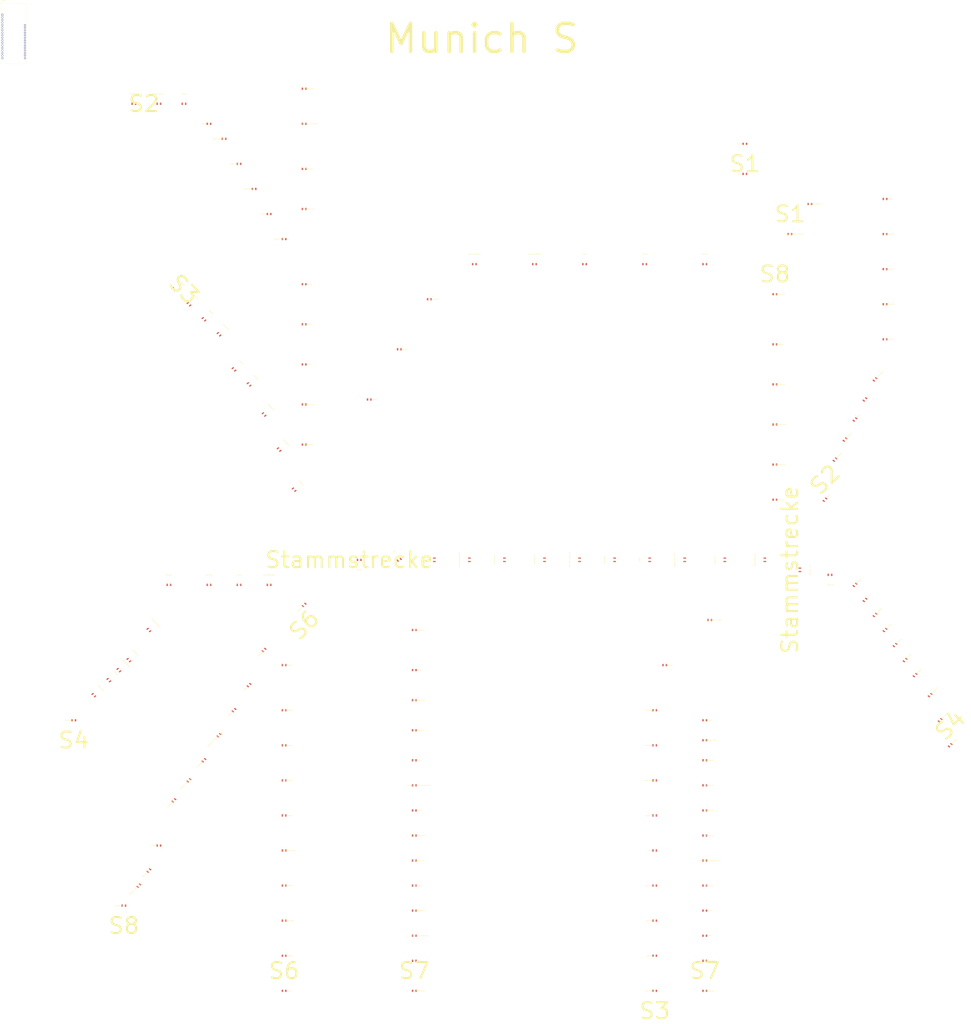
<source format=kicad_pcb>
(kicad_pcb
    (version 20241229)
    (generator "pycbnew")
    (generator_version "1.0.0")
    (paper "A4")
    (layers
        (0 "F.Cu" signal)
        (31 "B.Cu" signal)
        (32 "B.Adhes" user "B.Adhesive")
        (33 "F.Adhes" user "F.Adhesive")
        (34 "B.Paste" user)
        (35 "F.Paste" user)
        (36 "B.SilkS" user "B.Silkscreen")
        (37 "F.SilkS" user "F.Silkscreen")
        (38 "B.Mask" user)
        (39 "F.Mask" user)
        (40 "Dwgs.User" user "User.Drawings")
        (41 "Cmts.User" user "User.Comments")
        (42 "Eco1.User" user "User.Eco1")
        (43 "Eco2.User" user "User.Eco2")
        (44 "Edge.Cuts" user)
        (45 "Margin" user)
        (46 "B.CrtYd" user "B.Courtyard")
        (47 "F.CrtYd" user "F.Courtyard")
        (48 "B.Fab" user)
        (49 "F.Fab" user)
    )
    (net 1 "GND")
    (net 2 "5V")
    (net 1004 "Stammstrecke (color: None)")
    (net 3 "Pas-Lai")
    (net 4 "Lai-Hir")
    (net 5 "Hir-Don")
    (net 6 "Don-Hac")
    (net 7 "Hac-Hau")
    (net 8 "Hau-Kar")
    (net 9 "Kar-Mar")
    (net 10 "Mar-Isa")
    (net 11 "Isa-Ros")
    (net 12 "Ros-Ost")
    (net 13 "Ost-Leu")
    (net 14 "Leu-Ber")
    (net 1012 "S1 (color: cyan)")
    (net 16 "Fre-Pul")
    (net 17 "Pul-Neu")
    (net 18 "Neu-Ech")
    (net 19 "Ech-Loh")
    (net 20 "Loh-Unt")
    (net 21 "Unt-Obe")
    (net 22 "Obe-Fel")
    (net 23 "Fel-Fas")
    (net 24 "Fas-Moo")
    (net 25 "Moo-Flu")
    (net 26 "Flu-Flu")
    (net 1013 "S2 (color: lime)")
    (net 28 "Alt-Kle")
    (net 29 "Kle-Erd")
    (net 30 "Erd-Arn")
    (net 31 "Arn-Mar")
    (net 32 "Mar-Nie")
    (net 33 "Nie-Sch")
    (net 34 "Sch-Bac")
    (net 35 "Bac-Dac")
    (net 36 "Dac-Pet")
    (net 37 "Pet-Vie")
    (net 38 "Vie-Röh")
    (net 39 "Röh-Heb")
    (net 40 "Heb-Dac")
    (net 41 "Dac-Kar")
    (net 42 "Kar-All")
    (net 43 "All-Unt")
    (net 44 "Unt-Obe")
    (net 45 "Obe-Erd")
    (net 46 "Erd-Alt")
    (net 47 "Alt-Auf")
    (net 48 "Auf-St.")
    (net 49 "St.-Ott")
    (net 50 "Ott-Mar")
    (net 51 "Mar-Poi")
    (net 52 "Poi-Gru")
    (net 53 "Gru-Hei")
    (net 54 "Hei-Fel")
    (net 55 "Fel-Rie")
    (net 1014 "S3 (color: purple)")
    (net 57 "Mam-Mal")
    (net 58 "Mal-Mai")
    (net 59 "Mai-Ger")
    (net 60 "Ger-Est")
    (net 61 "Est-Olc")
    (net 62 "Olc-Grö")
    (net 63 "Grö-Loc")
    (net 64 "Loc-Lan")
    (net 65 "Lan-St.")
    (net 66 "St.-Gie")
    (net 67 "Gie-Fas")
    (net 68 "Fas-Fas")
    (net 69 "Fas-Unt")
    (net 70 "Unt-Tau")
    (net 71 "Tau-Fur")
    (net 72 "Fur-Dei")
    (net 73 "Dei-Sau")
    (net 74 "Sau-Ott")
    (net 75 "Ott-Hol")
    (net 1015 "S4 (color: red)")
    (net 77 "Gel-Tür")
    (net 78 "Tür-Gra")
    (net 79 "Gra-Sch")
    (net 80 "Sch-Buc")
    (net 81 "Buc-Für")
    (net 82 "Für-Eic")
    (net 83 "Eic-Puc")
    (net 84 "Puc-Aub")
    (net 85 "Aub-Lei")
    (net 86 "Lei-Tru")
    (net 87 "Tru-Gro")
    (net 88 "Gro-Haa")
    (net 89 "Haa-Vat")
    (net 90 "Vat-Bal")
    (net 91 "Bal-Zor")
    (net 92 "Zor-Egl")
    (net 93 "Egl-Kir")
    (net 94 "Kir-Gra")
    (net 95 "Gra-Gra")
    (net 96 "Gra-Ebe")
    (net 1018 "S6 (color: forestgreen)")
    (net 98 "Tut-Fel")
    (net 99 "Fel-Pos")
    (net 100 "Pos-Sta")
    (net 101 "Sta-Sta")
    (net 102 "Sta-Gau")
    (net 103 "Gau-Sto")
    (net 104 "Sto-Pla")
    (net 105 "Pla-Grä")
    (net 106 "Grä-Loc")
    (net 107 "Loc-Wes")
    (net 1019 "S7 (color: maroon)")
    (net 109 "Wol-Ick")
    (net 110 "Ick-Ebe")
    (net 111 "Ebe-Hoh")
    (net 112 "Hoh-Bai")
    (net 113 "Bai-Buc")
    (net 114 "Buc-Höl")
    (net 115 "Höl-Pul")
    (net 116 "Pul-Gro")
    (net 117 "Gro-Sol")
    (net 118 "Sol-Sie")
    (net 119 "Sie-Mit")
    (net 120 "Mit-Har")
    (net 121 "Har-Hei")
    (net 122 "Hei-Per")
    (net 123 "Per-Neu")
    (net 124 "Neu-Neu")
    (net 125 "Neu-Ott")
    (net 126 "Ott-Hoh")
    (net 127 "Hoh-Wäc")
    (net 128 "Wäc-Höh")
    (net 129 "Höh-Dür")
    (net 130 "Dür-Ayi")
    (net 131 "Ayi-Pei")
    (net 132 "Pei-Gro")
    (net 133 "Gro-Kre")
    (net 1021 "S8 (color: black)")
    (net 135 "Her-See")
    (net 136 "See-Ste")
    (net 137 "Ste-Weß")
    (net 138 "Weß-Neu")
    (net 139 "Neu-Gil")
    (net 140 "Gil-Gei")
    (net 141 "Gei-Ger")
    (net 142 "Ger-Har")
    (net 143 "Har-Fre")
    (net 144 "Fre-Neu")
    (net 145 "Neu-Dag")
    (net 146 "Dag-Eng")
    (net 147 "Eng-Joh")
    (net 148 "Joh-Unt")
    (net 149 "Unt-Ism")
    (net 150 "Ism-Hal")
    (gr_text "Munich S"
        (at 467.5 5 0)
        (layer "F.SilkS")
        (uuid "e0ea658c-595e-4af7-89f5-a81812974c0c")
        (effects
            (justify)
            (font
                (size 28 28)
                (thickness 3.5)
            )
        )
    )
    (gr_text "Stammstrecke"
        (at 335 525 0)
        (layer "F.SilkS")
        (uuid "443a546c-f58a-4858-84ff-4854b732747f")
        (effects
            (justify)
            (font
                (size 16 16)
                (thickness 2.0)
            )
        )
    )
    (gr_text "Stammstrecke"
        (at 775 535 90)
        (layer "F.SilkS")
        (uuid "a1bec0e8-5a31-4a7f-a5a6-d74a2379bb1e")
        (effects
            (justify)
            (font
                (size 16 16)
                (thickness 2.0)
            )
        )
    )
    (gr_text "S1"
        (at 730 130 0)
        (layer "F.SilkS")
        (uuid "c183fdd1-aa9d-46ab-92a8-4fe43272dd38")
        (effects
            (justify)
            (font
                (size 16 16)
                (thickness 2.0)
            )
        )
    )
    (gr_text "S1"
        (at 775 180 0)
        (layer "F.SilkS")
        (uuid "6c8e05fb-2994-4d99-87e5-cfa2a8665036")
        (effects
            (justify)
            (font
                (size 16 16)
                (thickness 2.0)
            )
        )
    )
    (gr_text "S2"
        (at 130 70 0)
        (layer "F.SilkS")
        (uuid "b95c25dd-4eb2-436a-bfce-cfa017e6dc3d")
        (effects
            (justify)
            (font
                (size 16 16)
                (thickness 2.0)
            )
        )
    )
    (gr_text "S2"
        (at 810 445 45)
        (layer "F.SilkS")
        (uuid "51dfd8dc-27d3-4bf6-a580-615506b559cd")
        (effects
            (justify)
            (font
                (size 16 16)
                (thickness 2.0)
            )
        )
    )
    (gr_text "S3"
        (at 170 255 315)
        (layer "F.SilkS")
        (uuid "a8d55e2a-ef43-47a8-83bb-b343953818ee")
        (effects
            (justify)
            (font
                (size 16 16)
                (thickness 2.0)
            )
        )
    )
    (gr_text "S3"
        (at 640 975 0)
        (layer "F.SilkS")
        (uuid "4897ab04-16f8-4e96-8060-e913a787851e")
        (effects
            (justify)
            (font
                (size 16 16)
                (thickness 2.0)
            )
        )
    )
    (gr_text "S4"
        (at 60 705 0)
        (layer "F.SilkS")
        (uuid "fbdf1173-2229-4363-b8be-febcc27e4a55")
        (effects
            (justify)
            (font
                (size 16 16)
                (thickness 2.0)
            )
        )
    )
    (gr_text "S4"
        (at 935 690 45)
        (layer "F.SilkS")
        (uuid "7ca4382a-ff72-4170-842c-66154bcb6f2e")
        (effects
            (justify)
            (font
                (size 16 16)
                (thickness 2.0)
            )
        )
    )
    (gr_text "S6"
        (at 270 935 0)
        (layer "F.SilkS")
        (uuid "f68b021e-1ba3-490d-a13d-91b372113a6b")
        (effects
            (justify)
            (font
                (size 16 16)
                (thickness 2.0)
            )
        )
    )
    (gr_text "S6"
        (at 290 590 45)
        (layer "F.SilkS")
        (uuid "78f3a7b7-8b99-46db-bd6a-aec424a8315b")
        (effects
            (justify)
            (font
                (size 16 16)
                (thickness 2.0)
            )
        )
    )
    (gr_text "S7"
        (at 400 935 0)
        (layer "F.SilkS")
        (uuid "32ca2233-6687-4597-87dc-2bbb01842272")
        (effects
            (justify)
            (font
                (size 16 16)
                (thickness 2.0)
            )
        )
    )
    (gr_text "S7"
        (at 690 935 0)
        (layer "F.SilkS")
        (uuid "dcb3238f-bdbe-4c90-b974-8335a5276d9c")
        (effects
            (justify)
            (font
                (size 16 16)
                (thickness 2.0)
            )
        )
    )
    (gr_text "S8"
        (at 110 890 0)
        (layer "F.SilkS")
        (uuid "308a52cc-0d5b-49b0-82b4-a4cf38b8ff9f")
        (effects
            (justify)
            (font
                (size 16 16)
                (thickness 2.0)
            )
        )
    )
    (gr_text "S8"
        (at 760 240 0)
        (layer "F.SilkS")
        (uuid "b7d86dfe-3feb-4ee0-8a59-443607afea33")
        (effects
            (justify)
            (font
                (size 16 16)
                (thickness 2.0)
            )
        )
    )
    (footprint (layer F.Cu) (at 0 0 0))
    (footprint "587" (layer "F.Cu") (at 345 525 0))
    (footprint "587" (layer "F.Cu") (at 385 525 30))
    (footprint "587" (layer "F.Cu") (at 420 525 90))
    (footprint "587" (layer "F.Cu") (at 455 525 90))
    (footprint "587" (layer "F.Cu") (at 490 525 90))
    (footprint "587" (layer "F.Cu") (at 530 525 90))
    (footprint "587" (layer "F.Cu") (at 565 525 90))
    (footprint "587" (layer "F.Cu") (at 600 525 90))
    (footprint "587" (layer "F.Cu") (at 635 525 90))
    (footprint "587" (layer "F.Cu") (at 670 525 90))
    (footprint "587" (layer "F.Cu") (at 710 525 90))
    (footprint "587" (layer "F.Cu") (at 750 525 90))
    (footprint "587" (layer "F.Cu") (at 785 535 90))
    (footprint "587" (layer "F.Cu") (at 730 110 0))
    (footprint "587" (layer "F.Cu") (at 730 140 0))
    (footprint "587" (layer "F.Cu") (at 690 230 0))
    (footprint "587" (layer "F.Cu") (at 630 230 0))
    (footprint "587" (layer "F.Cu") (at 570 230 0))
    (footprint "587" (layer "F.Cu") (at 520 230 0))
    (footprint "587" (layer "F.Cu") (at 460 230 0))
    (footprint "587" (layer "F.Cu") (at 415 265 0))
    (footprint "587" (layer "F.Cu") (at 385 315 0))
    (footprint "587" (layer "F.Cu") (at 355 365 0))
    (footprint "587" (layer "F.Cu") (at 795 170 0))
    (footprint "587" (layer "F.Cu") (at 775 200 0))
    (footprint "587" (layer "F.Cu") (at 120 70 0))
    (footprint "587" (layer "F.Cu") (at 145 70 0))
    (footprint "587" (layer "F.Cu") (at 170 70 0))
    (footprint "587" (layer "F.Cu") (at 195 90 0))
    (footprint "587"
        (at 210 105 0)
        (version 20241229)
        (generator "pcbnew")
        (generator_version "9.0")
        (layer "F.Cu")
        (descr "3.2mm x 2.8mm PLCC4 LED, https://www.we-online.de/katalog/datasheet/150141M173100.pdf")
        (tags "LED RGB Wurth PLCC-4 3528")
        (attr smd)
        (fp_line
            (start -1.6 -0.5)
            (end 1.6 -0.5)
            (stroke
                (width 0.12)
                (type solid)
            )
            (layer "F.SilkS")
            (uuid "3e7274b6-09c0-4af9-9845-52943e2ef5ed")
        )
        (fp_line
            (start -1.6 0.5)
            (end -1.6 -0.5)
            (stroke
                (width 0.12)
                (type solid)
            )
            (layer "F.SilkS")
            (uuid "423a08b3-d967-4750-8c5b-c8d64eeb549f")
        )
        (fp_line
            (start -1.6 0.5)
            (end 1.6 0.5)
            (stroke
                (width 0.12)
                (type solid)
            )
            (layer "F.SilkS")
            (uuid "43bc7bba-a707-417b-86e5-2c08e0cea9ec")
        )
        (fp_line
            (start 1.6 0.5)
            (end 1.6 -0.5)
            (stroke
                (width 0.12)
                (type solid)
            )
            (layer "F.SilkS")
            (uuid "89fc843b-fd33-42b3-aa2a-04389df2fec8")
        )
        (fp_line
            (start -1.6 -0.5)
            (end 1.6 -0.5)
            (stroke
                (width 0.12)
                (type solid)
            )
            (layer "F.Fab")
            (uuid "ea9f2f47-40a4-4595-864d-578365411f8c")
        )
        (fp_line
            (start -1.6 0.5)
            (end -1.6 -0.5)
            (stroke
                (width 0.12)
                (type solid)
            )
            (layer "F.Fab")
            (uuid "82043013-6a89-4d36-88f8-89591a732cde")
        )
        (fp_line
            (start -1.6 0.5)
            (end 1.6 0.5)
            (stroke
                (width 0.12)
                (type solid)
            )
            (layer "F.Fab")
            (uuid "5cc8693c-f30b-4abf-a8f4-5515bc405145")
        )
        (fp_line
            (start 1.6 0.5)
            (end 1.6 -0.5)
            (stroke
                (width 0.12)
                (type solid)
            )
            (layer "F.Fab")
            (uuid "ea173636-364d-4718-b57c-ad33e0eafac6")
        )
        (fp_circle
            (center 0 0)
            (end 0.5 0)
            (stroke
                (width 0.1)
                (type solid)
            )
            (fill no)
            (layer "F.Fab")
            (uuid "09117c82-c48f-4a03-8010-4b1c295a49b6")
        )
        (fp_text user "1"
            (at 3.225 -2.65 0)
            (unlocked yes)
            (layer "F.SilkS")
            (uuid "cf44cb37-31f4-4334-a585-6b50a5d1f81d")
            (effects
                (font
                    (size 0.8 0.8)
                    (thickness 0.15)
                )
            )
        )
        (fp_text user "${REFERENCE}"
            (at -0.025 0.025 0)
            (layer "F.Fab")
            (uuid "43bb5346-6fc8-4094-a012-ef39e85900b7")
            (effects
                (font
                    (size 0.5 0.5)
                    (thickness 0.075)
                )
            )
        )
        (embedded_fonts no)
        (pad "1" smd roundrect
            (net 1 "GND")
            (at 1.7 -0.575 0)
            (size 1.5 0.9)
            (layers "F.Cu" "F.Mask" "F.Paste")
            (roundrect_rratio 0)
            (chamfer_ratio 0.2)
            (chamfer top_left)
            (uuid "f81fee48-f526-4151-8a38-6a0fa9dc420f")
        )
        (pad "2" smd rect
            (net 2 "5V")
            (at -1.675 -0.575 0)
            (size 1.5 0.9)
            (layers "F.Cu" "F.Mask" "F.Paste")
            (uuid "201e05f2-1b6c-4282-a81c-b348fa1b24d9")
        )
        (pad "3" smd rect
            (net 31 "Arn-Mar")
            (at -1.7 0.575 0)
            (size 1.5 0.9)
            (layers "F.Cu" "F.Mask" "F.Paste")
            (uuid "d29435d9-98f3-471c-8cd1-ef8fab9f47d3")
        )
        (pad "4" smd rect
            (net 32 "Mar-Nie")
            (at 1.7 0.575 0)
            (size 1.5 0.9)
            (layers "F.Cu" "F.Mask" "F.Paste")
            (uuid "29fdca2f-a56f-4090-bc02-97bf259b3e0b")
        )
        (property "Reference" "Markt Indersdorf"
            (at -5 0 0)
            (unlocked yes)
            (layer "F.SilkS")
            (hide no)
            (uuid "b3d59913-cbd6-4a60-bd76-d16d51c6534f")
            (effects
                (font
                    (size 1 1)
                    (thickness 0.15)
                )
            )
        )
        (property "Value" "587"
            (a
... [725743 chars truncated]
</source>
